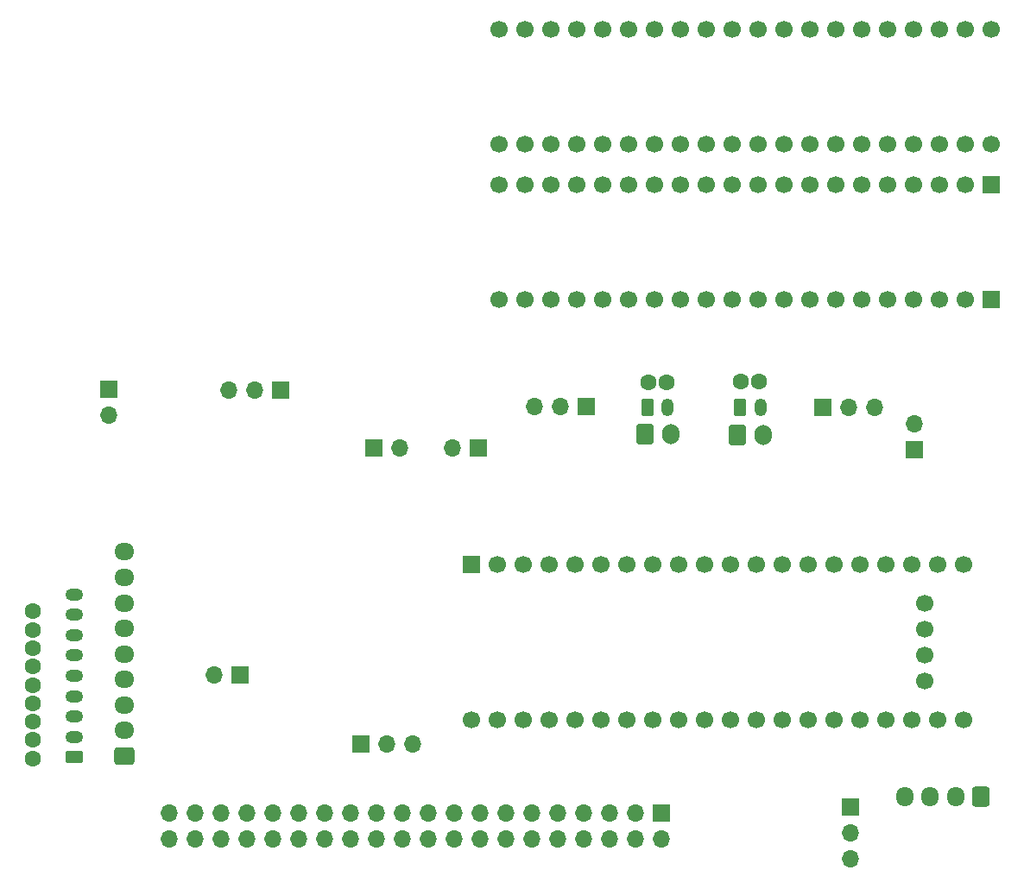
<source format=gbr>
%TF.GenerationSoftware,KiCad,Pcbnew,7.0.10*%
%TF.CreationDate,2024-02-26T10:06:05+01:00*%
%TF.ProjectId,Legacy-LedPanel-HAT,4c656761-6379-42d4-9c65-6450616e656c,rev?*%
%TF.SameCoordinates,Original*%
%TF.FileFunction,Copper,L2,Bot*%
%TF.FilePolarity,Positive*%
%FSLAX46Y46*%
G04 Gerber Fmt 4.6, Leading zero omitted, Abs format (unit mm)*
G04 Created by KiCad (PCBNEW 7.0.10) date 2024-02-26 10:06:05*
%MOMM*%
%LPD*%
G01*
G04 APERTURE LIST*
G04 Aperture macros list*
%AMRoundRect*
0 Rectangle with rounded corners*
0 $1 Rounding radius*
0 $2 $3 $4 $5 $6 $7 $8 $9 X,Y pos of 4 corners*
0 Add a 4 corners polygon primitive as box body*
4,1,4,$2,$3,$4,$5,$6,$7,$8,$9,$2,$3,0*
0 Add four circle primitives for the rounded corners*
1,1,$1+$1,$2,$3*
1,1,$1+$1,$4,$5*
1,1,$1+$1,$6,$7*
1,1,$1+$1,$8,$9*
0 Add four rect primitives between the rounded corners*
20,1,$1+$1,$2,$3,$4,$5,0*
20,1,$1+$1,$4,$5,$6,$7,0*
20,1,$1+$1,$6,$7,$8,$9,0*
20,1,$1+$1,$8,$9,$2,$3,0*%
G04 Aperture macros list end*
%TA.AperFunction,ComponentPad*%
%ADD10R,1.700000X1.700000*%
%TD*%
%TA.AperFunction,ComponentPad*%
%ADD11O,1.700000X1.700000*%
%TD*%
%TA.AperFunction,ComponentPad*%
%ADD12RoundRect,0.250000X-0.600000X-0.750000X0.600000X-0.750000X0.600000X0.750000X-0.600000X0.750000X0*%
%TD*%
%TA.AperFunction,ComponentPad*%
%ADD13O,1.700000X2.000000*%
%TD*%
%TA.AperFunction,ComponentPad*%
%ADD14RoundRect,0.250000X-0.350000X-0.625000X0.350000X-0.625000X0.350000X0.625000X-0.350000X0.625000X0*%
%TD*%
%TA.AperFunction,ComponentPad*%
%ADD15O,1.200000X1.750000*%
%TD*%
%TA.AperFunction,ComponentPad*%
%ADD16C,1.600000*%
%TD*%
%TA.AperFunction,ComponentPad*%
%ADD17C,1.700000*%
%TD*%
%TA.AperFunction,ComponentPad*%
%ADD18RoundRect,0.250000X0.725000X-0.600000X0.725000X0.600000X-0.725000X0.600000X-0.725000X-0.600000X0*%
%TD*%
%TA.AperFunction,ComponentPad*%
%ADD19O,1.950000X1.700000*%
%TD*%
%TA.AperFunction,ComponentPad*%
%ADD20RoundRect,0.250000X0.600000X0.725000X-0.600000X0.725000X-0.600000X-0.725000X0.600000X-0.725000X0*%
%TD*%
%TA.AperFunction,ComponentPad*%
%ADD21O,1.700000X1.950000*%
%TD*%
%TA.AperFunction,ComponentPad*%
%ADD22RoundRect,0.250000X0.625000X-0.350000X0.625000X0.350000X-0.625000X0.350000X-0.625000X-0.350000X0*%
%TD*%
%TA.AperFunction,ComponentPad*%
%ADD23O,1.750000X1.200000*%
%TD*%
G04 APERTURE END LIST*
D10*
%TO.P,JP2,1,A*%
%TO.N,Net-(JP1-B)*%
X133322400Y-140762000D03*
D11*
%TO.P,JP2,2,C*%
%TO.N,/VCC*%
X133322400Y-143302000D03*
%TO.P,JP2,3,B*%
%TO.N,Net-(JP2-B)*%
X133322400Y-145842000D03*
%TD*%
D10*
%TO.P,JP7,1,A*%
%TO.N,GND*%
X107465200Y-101417400D03*
D11*
%TO.P,JP7,2,C*%
%TO.N,Net-(J3-Pin_1)*%
X104925200Y-101417400D03*
%TO.P,JP7,3,B*%
%TO.N,+5V*%
X102385200Y-101417400D03*
%TD*%
D10*
%TO.P,JP15,1,A*%
%TO.N,GND*%
X77442400Y-99817200D03*
D11*
%TO.P,JP15,2,C*%
%TO.N,Net-(JP15-C)*%
X74902400Y-99817200D03*
%TO.P,JP15,3,B*%
%TO.N,+5V*%
X72362400Y-99817200D03*
%TD*%
D10*
%TO.P,JP1,1,A*%
%TO.N,Net-(JP1-A)*%
X85331400Y-134564400D03*
D11*
%TO.P,JP1,2,C*%
%TO.N,/VCC*%
X87871400Y-134564400D03*
%TO.P,JP1,3,B*%
%TO.N,Net-(JP1-B)*%
X90411400Y-134564400D03*
%TD*%
D10*
%TO.P,J5,1,Pin_1*%
%TO.N,/SOUT_LS*%
X73485000Y-127808000D03*
D11*
%TO.P,J5,2,Pin_2*%
%TO.N,/JP1-10 LiftX*%
X70945000Y-127808000D03*
%TD*%
D12*
%TO.P,J6_STOP2,1,Pin_1*%
%TO.N,Net-(J6_STOP2-Pin_1)*%
X122288000Y-104236800D03*
D13*
%TO.P,J6_STOP2,2,Pin_2*%
%TO.N,/JP5-2 STOP1*%
X124788000Y-104236800D03*
%TD*%
D14*
%TO.P,J4,1,Pin_1*%
%TO.N,Net-(J3-Pin_1)*%
X113415400Y-101493600D03*
D15*
%TO.P,J4,2,Pin_2*%
%TO.N,/JP6-2 STOP2*%
X115415400Y-101493600D03*
%TD*%
D10*
%TO.P,J14,1,Pin_1*%
%TO.N,/S1_LS*%
X86561000Y-105481400D03*
D11*
%TO.P,J14,2,Pin_2*%
%TO.N,/S2_LS*%
X89101000Y-105481400D03*
%TD*%
D12*
%TO.P,J5_STOP1,1,Pin_1*%
%TO.N,Net-(J3-Pin_1)*%
X113194800Y-104186000D03*
D13*
%TO.P,J5_STOP1,2,Pin_2*%
%TO.N,/JP6-2 STOP2*%
X115694800Y-104186000D03*
%TD*%
D16*
%TO.P,J3,1,Pin_1*%
%TO.N,Net-(J3-Pin_1)*%
X113513800Y-99029800D03*
%TO.P,J3,2,Pin_2*%
%TO.N,/JP6-2 STOP2*%
X115313800Y-99029800D03*
%TD*%
D14*
%TO.P,J7,1,Pin_1*%
%TO.N,Net-(J6_STOP2-Pin_1)*%
X122502000Y-101493600D03*
D15*
%TO.P,J7,2,Pin_2*%
%TO.N,/JP5-2 STOP1*%
X124502000Y-101493600D03*
%TD*%
D10*
%TO.P,J1,1,Pin_1*%
%TO.N,GND*%
X114820000Y-141360000D03*
D11*
%TO.P,J1,2,Pin_2*%
%TO.N,/VCC*%
X114820000Y-143900000D03*
%TO.P,J1,3,Pin_3*%
%TO.N,/LED1 - D1*%
X112280000Y-141360000D03*
%TO.P,J1,4,Pin_4*%
%TO.N,unconnected-(J1-Pin_4-Pad4)*%
X112280000Y-143900000D03*
%TO.P,J1,5,Pin_5*%
%TO.N,/LED2 - D2*%
X109740000Y-141360000D03*
%TO.P,J1,6,Pin_6*%
%TO.N,/LED3 - D3*%
X109740000Y-143900000D03*
%TO.P,J1,7,Pin_7*%
%TO.N,/LED4 - D4*%
X107200000Y-141360000D03*
%TO.P,J1,8,Pin_8*%
%TO.N,/LED5 - D5*%
X107200000Y-143900000D03*
%TO.P,J1,9,Pin_9*%
%TO.N,/S2 (button)*%
X104660000Y-141360000D03*
%TO.P,J1,10,Pin_10*%
%TO.N,/LED6 - D6*%
X104660000Y-143900000D03*
%TO.P,J1,11,Pin_11*%
%TO.N,/S3 (button)*%
X102120000Y-141360000D03*
%TO.P,J1,12,Pin_12*%
%TO.N,/LED7 - D7*%
X102120000Y-143900000D03*
%TO.P,J1,13,Pin_13*%
%TO.N,/S5 (button)*%
X99580000Y-141360000D03*
%TO.P,J1,14,Pin_14*%
%TO.N,/LED8 - D8*%
X99580000Y-143900000D03*
%TO.P,J1,15,Pin_15*%
%TO.N,/LED10 - D10*%
X97040000Y-141360000D03*
%TO.P,J1,16,Pin_16*%
%TO.N,/LED9 - D9*%
X97040000Y-143900000D03*
%TO.P,J1,17,Pin_17*%
%TO.N,/LED11 - D11*%
X94500000Y-141360000D03*
%TO.P,J1,18,Pin_18*%
%TO.N,unconnected-(J1-Pin_18-Pad18)*%
X94500000Y-143900000D03*
%TO.P,J1,19,Pin_19*%
%TO.N,unconnected-(J1-Pin_19-Pad19)*%
X91960000Y-141360000D03*
%TO.P,J1,20,Pin_20*%
%TO.N,unconnected-(J1-Pin_20-Pad20)*%
X91960000Y-143900000D03*
%TO.P,J1,21,Pin_21*%
%TO.N,GND*%
X89420000Y-141360000D03*
%TO.P,J1,22,Pin_22*%
%TO.N,/S1 (button)*%
X89420000Y-143900000D03*
%TO.P,J1,23,Pin_23*%
%TO.N,/VCC*%
X86880000Y-141360000D03*
%TO.P,J1,24,Pin_24*%
%TO.N,unconnected-(J1-Pin_24-Pad24)*%
X86880000Y-143900000D03*
%TO.P,J1,25,Pin_25*%
%TO.N,/S7 (button)*%
X84340000Y-141360000D03*
%TO.P,J1,26,Pin_26*%
%TO.N,unconnected-(J1-Pin_26-Pad26)*%
X84340000Y-143900000D03*
%TO.P,J1,27,Pin_27*%
%TO.N,/S9 (button)*%
X81800000Y-141360000D03*
%TO.P,J1,28,Pin_28*%
%TO.N,/S8 (button)*%
X81800000Y-143900000D03*
%TO.P,J1,29,Pin_29*%
%TO.N,/S4 (button)*%
X79260000Y-141360000D03*
%TO.P,J1,30,Pin_30*%
%TO.N,/JP5-2 STOP1*%
X79260000Y-143900000D03*
%TO.P,J1,31,Pin_31*%
%TO.N,/S6 (button)*%
X76720000Y-141360000D03*
%TO.P,J1,32,Pin_32*%
%TO.N,unconnected-(J1-Pin_32-Pad32)*%
X76720000Y-143900000D03*
%TO.P,J1,33,Pin_33*%
%TO.N,unconnected-(J1-Pin_33-Pad33)*%
X74180000Y-141360000D03*
%TO.P,J1,34,Pin_34*%
%TO.N,/JP1-10 LiftX*%
X74180000Y-143900000D03*
%TO.P,J1,35,Pin_35*%
%TO.N,unconnected-(J1-Pin_35-Pad35)*%
X71640000Y-141360000D03*
%TO.P,J1,36,Pin_36*%
%TO.N,/JP1-7 Left Bumper*%
X71640000Y-143900000D03*
%TO.P,J1,37,Pin_37*%
%TO.N,unconnected-(J1-Pin_37-Pad37)*%
X69100000Y-141360000D03*
%TO.P,J1,38,Pin_38*%
%TO.N,/JP6-2 STOP2*%
X69100000Y-143900000D03*
%TO.P,J1,39,Pin_39*%
%TO.N,/JP1-1 Right Bumper*%
X66560000Y-141360000D03*
%TO.P,J1,40,Pin_40*%
%TO.N,/JP1-4 Lift*%
X66560000Y-143900000D03*
%TD*%
D16*
%TO.P,J8,1,Pin_1*%
%TO.N,Net-(J6_STOP2-Pin_1)*%
X122581600Y-99004400D03*
%TO.P,J8,2,Pin_2*%
%TO.N,/JP5-2 STOP1*%
X124381600Y-99004400D03*
%TD*%
D10*
%TO.P,JP8,1,A*%
%TO.N,GND*%
X130645000Y-101493600D03*
D11*
%TO.P,JP8,2,C*%
%TO.N,Net-(J6_STOP2-Pin_1)*%
X133185000Y-101493600D03*
%TO.P,JP8,3,B*%
%TO.N,+5V*%
X135725000Y-101493600D03*
%TD*%
D10*
%TO.P,J13,1,Pin_1*%
%TO.N,Net-(J13-Pin_1)*%
X96822600Y-105481400D03*
D11*
%TO.P,J13,2,Pin_2*%
%TO.N,Net-(J13-Pin_2)*%
X94282600Y-105481400D03*
%TD*%
D16*
%TO.P,J9,1,Pin_1*%
%TO.N,+5V*%
X53134600Y-135947800D03*
%TO.P,J9,2,Pin_2*%
%TO.N,GND*%
X53134600Y-134147800D03*
%TO.P,J9,3,Pin_3*%
%TO.N,/SOUT_5V*%
X53134600Y-132347800D03*
%TO.P,J9,4,Pin_4*%
%TO.N,/S1_5V*%
X53134600Y-130547800D03*
%TO.P,J9,5,Pin_5*%
%TO.N,/S2_5V*%
X53134600Y-128747800D03*
%TO.P,J9,6,Pin_6*%
%TO.N,GND*%
X53134600Y-126947800D03*
%TO.P,J9,7,Pin_7*%
%TO.N,/RAIN_5V*%
X53134600Y-125147800D03*
%TO.P,J9,8,Pin_8*%
%TO.N,/ESTOP1_5V*%
X53134600Y-123347800D03*
%TO.P,J9,9,Pin_9*%
%TO.N,/ESTOP2_5V*%
X53134600Y-121547800D03*
%TD*%
D10*
%TO.P,U3,1,PB12*%
%TO.N,Net-(U3-PB12)*%
X147145000Y-79695000D03*
D17*
%TO.P,U3,2,PB13*%
%TO.N,Net-(U3-PB13)*%
X144605000Y-79695000D03*
%TO.P,U3,3,PB14*%
%TO.N,Net-(U3-PB14)*%
X142065000Y-79695000D03*
%TO.P,U3,4,PB15*%
%TO.N,Net-(U3-PB15)*%
X139525000Y-79695000D03*
%TO.P,U3,5,PA8*%
%TO.N,Net-(U3-PA8)*%
X136985000Y-79695000D03*
%TO.P,U3,6,PA9*%
%TO.N,Net-(U3-PA9)*%
X134445000Y-79695000D03*
%TO.P,U3,7,PA10*%
%TO.N,Net-(U3-PA10)*%
X131905000Y-79695000D03*
%TO.P,U3,8,PA11*%
%TO.N,Net-(U3-PA11)*%
X129365000Y-79695000D03*
%TO.P,U3,9,PA12*%
%TO.N,Net-(U3-PA12)*%
X126825000Y-79695000D03*
%TO.P,U3,10,PA15*%
%TO.N,Net-(U3-PA15)*%
X124285000Y-79695000D03*
%TO.P,U3,11,PB3*%
%TO.N,Net-(U3-PB3)*%
X121745000Y-79695000D03*
%TO.P,U3,12,PB4*%
%TO.N,Net-(U3-PB4)*%
X119205000Y-79695000D03*
%TO.P,U3,13,PB5*%
%TO.N,Net-(U3-PB5)*%
X116665000Y-79695000D03*
%TO.P,U3,14,PB6*%
%TO.N,Net-(U3-PB6)*%
X114125000Y-79695000D03*
%TO.P,U3,15,PB7*%
%TO.N,Net-(U3-PB7)*%
X111585000Y-79695000D03*
%TO.P,U3,16,PB8*%
%TO.N,Net-(U3-PB8)*%
X109045000Y-79695000D03*
%TO.P,U3,17,PB9*%
%TO.N,Net-(U3-PB9)*%
X106505000Y-79695000D03*
%TO.P,U3,18,5V*%
%TO.N,Net-(U4-REFA)*%
X103965000Y-79695000D03*
%TO.P,U3,19,GND*%
%TO.N,GND*%
X101425000Y-79695000D03*
%TO.P,U3,20,3V3*%
%TO.N,Net-(R1-Pad2)*%
X98885000Y-79695000D03*
%TO.P,U3,21,VBat*%
%TO.N,unconnected-(U3-VBat-Pad21)*%
X98885000Y-64455000D03*
%TO.P,U3,22,PC13*%
%TO.N,Net-(U3-PC13)*%
X101425000Y-64455000D03*
%TO.P,U3,23,PC14*%
%TO.N,Net-(U3-PC14)*%
X103965000Y-64455000D03*
%TO.P,U3,24,PC15*%
%TO.N,Net-(U3-PC15)*%
X106505000Y-64455000D03*
%TO.P,U3,25,RST*%
%TO.N,unconnected-(U3-RST-Pad25)*%
X109045000Y-64455000D03*
%TO.P,U3,26,PA0*%
%TO.N,Net-(U3-PA0)*%
X111585000Y-64455000D03*
%TO.P,U3,27,PA1*%
%TO.N,Net-(U3-PA1)*%
X114125000Y-64455000D03*
%TO.P,U3,28,PA2*%
%TO.N,Net-(U3-PA2)*%
X116665000Y-64455000D03*
%TO.P,U3,29,PA3*%
%TO.N,Net-(U3-PA3)*%
X119205000Y-64455000D03*
%TO.P,U3,30,PA4*%
%TO.N,Net-(U3-PA4)*%
X121745000Y-64455000D03*
%TO.P,U3,31,PA5*%
%TO.N,Net-(U3-PA5)*%
X124285000Y-64455000D03*
%TO.P,U3,32,PA6*%
%TO.N,Net-(U3-PA6)*%
X126825000Y-64455000D03*
%TO.P,U3,33,PA7*%
%TO.N,Net-(U3-PA7)*%
X129365000Y-64455000D03*
%TO.P,U3,34,PB0*%
%TO.N,Net-(U3-PB0)*%
X131905000Y-64455000D03*
%TO.P,U3,35,PB1*%
%TO.N,Net-(U3-PB1)*%
X134445000Y-64455000D03*
%TO.P,U3,36,PB2*%
%TO.N,Net-(U3-PB2)*%
X136985000Y-64455000D03*
%TO.P,U3,37,PB10*%
%TO.N,Net-(U3-PB10)*%
X139525000Y-64455000D03*
%TO.P,U3,38,3V3*%
%TO.N,Net-(R1-Pad2)*%
X142065000Y-64455000D03*
%TO.P,U3,39,GND*%
%TO.N,GND*%
X144605000Y-64455000D03*
%TO.P,U3,40,5V*%
%TO.N,Net-(U4-REFA)*%
X147145000Y-64455000D03*
%TD*%
D18*
%TO.P,J11,1,Pin_1*%
%TO.N,+5V*%
X62126200Y-135703600D03*
D19*
%TO.P,J11,2,Pin_2*%
%TO.N,GND*%
X62126200Y-133203600D03*
%TO.P,J11,3,Pin_3*%
%TO.N,/SOUT_5V*%
X62126200Y-130703600D03*
%TO.P,J11,4,Pin_4*%
%TO.N,/S1_5V*%
X62126200Y-128203600D03*
%TO.P,J11,5,Pin_5*%
%TO.N,/S2_5V*%
X62126200Y-125703600D03*
%TO.P,J11,6,Pin_6*%
%TO.N,GND*%
X62126200Y-123203600D03*
%TO.P,J11,7,Pin_7*%
%TO.N,/RAIN_5V*%
X62126200Y-120703600D03*
%TO.P,J11,8,Pin_8*%
%TO.N,/ESTOP1_5V*%
X62126200Y-118203600D03*
%TO.P,J11,9,Pin_9*%
%TO.N,/ESTOP2_5V*%
X62126200Y-115703600D03*
%TD*%
D10*
%TO.P,U1,1,PB12*%
%TO.N,/ESTOP1*%
X96200000Y-116900000D03*
D17*
%TO.P,U1,2,PB13*%
%TO.N,/ESTOP2*%
X98740000Y-116900000D03*
%TO.P,U1,3,PB14*%
%TO.N,/JP1-1 Right Bumper*%
X101280000Y-116900000D03*
%TO.P,U1,4,PB15*%
%TO.N,/JP1-4 Lift*%
X103820000Y-116900000D03*
%TO.P,U1,5,PA8*%
%TO.N,/JP6-2 STOP2*%
X106360000Y-116900000D03*
%TO.P,U1,6,PA9*%
%TO.N,/JP1-7 Left Bumper*%
X108900000Y-116900000D03*
%TO.P,U1,7,PA10*%
%TO.N,/S6 (button)*%
X111440000Y-116900000D03*
%TO.P,U1,8,PA11*%
%TO.N,/JP5-2 STOP1*%
X113980000Y-116900000D03*
%TO.P,U1,9,PA12*%
%TO.N,/S4 (button)*%
X116520000Y-116900000D03*
%TO.P,U1,10,PA15*%
%TO.N,/S8 (button)*%
X119060000Y-116900000D03*
%TO.P,U1,11,PB3*%
%TO.N,/S9 (button)*%
X121600000Y-116900000D03*
%TO.P,U1,12,PB4*%
%TO.N,/S7 (button)*%
X124140000Y-116900000D03*
%TO.P,U1,13,PB5*%
%TO.N,/S1 (button)*%
X126680000Y-116900000D03*
%TO.P,U1,14,PB6*%
%TO.N,/JP1-10 LiftX*%
X129220000Y-116900000D03*
%TO.P,U1,15,PB7*%
%TO.N,Net-(J16-Pin_2)*%
X131760000Y-116900000D03*
%TO.P,U1,16,PB8*%
%TO.N,/LED10 - D10*%
X134300000Y-116900000D03*
%TO.P,U1,17,PB9*%
%TO.N,/S2 (button)*%
X136840000Y-116900000D03*
%TO.P,U1,18,5V*%
%TO.N,+5V*%
X139380000Y-116900000D03*
%TO.P,U1,19,GND*%
%TO.N,GND*%
X141920000Y-116900000D03*
%TO.P,U1,20,3V3*%
%TO.N,Net-(JP2-B)*%
X144460000Y-116900000D03*
%TO.P,U1,21,VBat*%
%TO.N,unconnected-(U1-VBat-Pad21)*%
X144460000Y-132140000D03*
%TO.P,U1,22,PC13*%
%TO.N,/LED1 - D1*%
X141920000Y-132140000D03*
%TO.P,U1,23,PC14*%
%TO.N,/LED3 - D3*%
X139380000Y-132140000D03*
%TO.P,U1,24,PC15*%
%TO.N,/LED2 - D2*%
X136840000Y-132140000D03*
%TO.P,U1,25,RST*%
%TO.N,unconnected-(U1-RST-Pad25)*%
X134300000Y-132140000D03*
%TO.P,U1,26,PA0*%
%TO.N,/LED5 - D5*%
X131760000Y-132140000D03*
%TO.P,U1,27,PA1*%
%TO.N,/LED4 - D4*%
X129220000Y-132140000D03*
%TO.P,U1,28,PA2*%
%TO.N,/Pico-RX_STM32-TX*%
X126680000Y-132140000D03*
%TO.P,U1,29,PA3*%
%TO.N,/Pico-TX_STM32-RX*%
X124140000Y-132140000D03*
%TO.P,U1,30,PA4*%
%TO.N,/LED6 - D6*%
X121600000Y-132140000D03*
%TO.P,U1,31,PA5*%
%TO.N,/LED7 - D7*%
X119060000Y-132140000D03*
%TO.P,U1,32,PA6*%
%TO.N,/S3 (button)*%
X116520000Y-132140000D03*
%TO.P,U1,33,PA7*%
%TO.N,/LED8 - D8*%
X113980000Y-132140000D03*
%TO.P,U1,34,PB0*%
%TO.N,/S5 (button)*%
X111440000Y-132140000D03*
%TO.P,U1,35,PB1*%
%TO.N,/RAIN*%
X108900000Y-132140000D03*
%TO.P,U1,36,PB2*%
%TO.N,/LED9 - D9*%
X106360000Y-132140000D03*
%TO.P,U1,37,PB10*%
%TO.N,/LED11 - D11*%
X103820000Y-132140000D03*
%TO.P,U1,38,3V3*%
%TO.N,Net-(JP1-A)*%
X101280000Y-132140000D03*
%TO.P,U1,39,GND*%
%TO.N,GND*%
X98740000Y-132140000D03*
%TO.P,U1,40,5V*%
%TO.N,Net-(JP1-B)*%
X96200000Y-132140000D03*
%TO.P,U1,41,GND*%
%TO.N,GND*%
X140650000Y-128330000D03*
%TO.P,U1,42,SWDIO*%
%TO.N,unconnected-(U1-SWDIO-Pad42)*%
X140650000Y-125790000D03*
%TO.P,U1,43,SWDCLK*%
%TO.N,unconnected-(U1-SWDCLK-Pad43)*%
X140650000Y-123250000D03*
%TO.P,U1,44,3V3*%
%TO.N,unconnected-(U1-3V3-Pad44)*%
X140650000Y-120710000D03*
%TD*%
D20*
%TO.P,J2,1,Pin_1*%
%TO.N,GND*%
X146149400Y-139669800D03*
D21*
%TO.P,J2,2,Pin_2*%
%TO.N,/Pico-RX_STM32-TX*%
X143649400Y-139669800D03*
%TO.P,J2,3,Pin_3*%
%TO.N,/Pico-TX_STM32-RX*%
X141149400Y-139669800D03*
%TO.P,J2,4,Pin_4*%
%TO.N,+5V*%
X138649400Y-139669800D03*
%TD*%
D10*
%TO.P,J16,1,Pin_1*%
%TO.N,/JP1-10 LiftX*%
X139621600Y-105633800D03*
D11*
%TO.P,J16,2,Pin_2*%
%TO.N,Net-(J16-Pin_2)*%
X139621600Y-103093800D03*
%TD*%
D10*
%TO.P,J12,1,Pin_1*%
%TO.N,Net-(J12-Pin_1)*%
X60576800Y-99766400D03*
D11*
%TO.P,J12,2,Pin_2*%
%TO.N,Net-(J12-Pin_2)*%
X60576800Y-102306400D03*
%TD*%
D10*
%TO.P,U8,1,PB12*%
%TO.N,Net-(U7-A8)*%
X147145000Y-90935000D03*
D17*
%TO.P,U8,2,PB13*%
%TO.N,Net-(U7-A7)*%
X144605000Y-90935000D03*
%TO.P,U8,3,PB14*%
%TO.N,Net-(U7-A5)*%
X142065000Y-90935000D03*
%TO.P,U8,4,PB15*%
%TO.N,Net-(U7-A6)*%
X139525000Y-90935000D03*
%TO.P,U8,5,PA8*%
%TO.N,Net-(U7-A4)*%
X136985000Y-90935000D03*
%TO.P,U8,6,PA9*%
%TO.N,Net-(U7-A2)*%
X134445000Y-90935000D03*
%TO.P,U8,7,PA10*%
%TO.N,Net-(U7-A3)*%
X131905000Y-90935000D03*
%TO.P,U8,8,PA11*%
%TO.N,Net-(U7-A1)*%
X129365000Y-90935000D03*
%TO.P,U8,9,PA12*%
%TO.N,Net-(U4-A8)*%
X126825000Y-90935000D03*
%TO.P,U8,10,PA15*%
%TO.N,Net-(U4-A7)*%
X124285000Y-90935000D03*
%TO.P,U8,11,PB3*%
%TO.N,Net-(U4-A5)*%
X121745000Y-90935000D03*
%TO.P,U8,12,PB4*%
%TO.N,Net-(U4-A6)*%
X119205000Y-90935000D03*
%TO.P,U8,13,PB5*%
%TO.N,Net-(U4-A4)*%
X116665000Y-90935000D03*
%TO.P,U8,14,PB6*%
%TO.N,Net-(U4-A2)*%
X114125000Y-90935000D03*
%TO.P,U8,15,PB7*%
%TO.N,Net-(U4-A3)*%
X111585000Y-90935000D03*
%TO.P,U8,16,PB8*%
%TO.N,Net-(U4-A1)*%
X109045000Y-90935000D03*
%TO.P,U8,17,PB9*%
%TO.N,Net-(U5-A1)*%
X106505000Y-90935000D03*
%TO.P,U8,18,5V*%
%TO.N,Net-(U4-REFA)*%
X103965000Y-90935000D03*
%TO.P,U8,19,GND*%
%TO.N,GND*%
X101425000Y-90935000D03*
%TO.P,U8,20,3V3*%
%TO.N,Net-(R1-Pad2)*%
X98885000Y-90935000D03*
%TO.P,U8,21,VBat*%
%TO.N,unconnected-(U8-VBat-Pad21)*%
X98885000Y-75695000D03*
%TO.P,U8,22,PC13*%
%TO.N,Net-(U5-A3)*%
X101425000Y-75695000D03*
%TO.P,U8,23,PC14*%
%TO.N,Net-(U5-A2)*%
X103965000Y-75695000D03*
%TO.P,U8,24,PC15*%
%TO.N,Net-(U5-A4)*%
X106505000Y-75695000D03*
%TO.P,U8,25,RST*%
%TO.N,unconnected-(U8-RST-Pad25)*%
X109045000Y-75695000D03*
%TO.P,U8,26,PA0*%
%TO.N,Net-(U5-A6)*%
X111585000Y-75695000D03*
%TO.P,U8,27,PA1*%
%TO.N,Net-(U5-A5)*%
X114125000Y-75695000D03*
%TO.P,U8,28,PA2*%
%TO.N,Net-(U5-A7)*%
X116665000Y-75695000D03*
%TO.P,U8,29,PA3*%
%TO.N,Net-(U5-A8)*%
X119205000Y-75695000D03*
%TO.P,U8,30,PA4*%
%TO.N,Net-(U6-A1)*%
X121745000Y-75695000D03*
%TO.P,U8,31,PA5*%
%TO.N,Net-(U6-A3)*%
X124285000Y-75695000D03*
%TO.P,U8,32,PA6*%
%TO.N,Net-(U6-A2)*%
X126825000Y-75695000D03*
%TO.P,U8,33,PA7*%
%TO.N,Net-(U6-A4)*%
X129365000Y-75695000D03*
%TO.P,U8,34,PB0*%
%TO.N,Net-(U6-A6)*%
X131905000Y-75695000D03*
%TO.P,U8,35,PB1*%
%TO.N,Net-(U6-A5)*%
X134445000Y-75695000D03*
%TO.P,U8,36,PB2*%
%TO.N,Net-(U6-A7)*%
X136985000Y-75695000D03*
%TO.P,U8,37,PB10*%
%TO.N,Net-(U6-A8)*%
X139525000Y-75695000D03*
%TO.P,U8,38,3V3*%
%TO.N,Net-(R1-Pad2)*%
X142065000Y-75695000D03*
%TO.P,U8,39,GND*%
%TO.N,GND*%
X144605000Y-75695000D03*
%TO.P,U8,40,5V*%
%TO.N,Net-(U4-REFA)*%
X147145000Y-75695000D03*
%TD*%
D22*
%TO.P,J10,1,Pin_1*%
%TO.N,+5V*%
X57249400Y-135857800D03*
D23*
%TO.P,J10,2,Pin_2*%
%TO.N,GND*%
X57249400Y-133857800D03*
%TO.P,J10,3,Pin_3*%
%TO.N,/SOUT_5V*%
X57249400Y-131857800D03*
%TO.P,J10,4,Pin_4*%
%TO.N,/S1_5V*%
X57249400Y-129857800D03*
%TO.P,J10,5,Pin_5*%
%TO.N,/S2_5V*%
X57249400Y-127857800D03*
%TO.P,J10,6,Pin_6*%
%TO.N,GND*%
X57249400Y-125857800D03*
%TO.P,J10,7,Pin_7*%
%TO.N,/RAIN_5V*%
X57249400Y-123857800D03*
%TO.P,J10,8,Pin_8*%
%TO.N,/ESTOP1_5V*%
X57249400Y-121857800D03*
%TO.P,J10,9,Pin_9*%
%TO.N,/ESTOP2_5V*%
X57249400Y-119857800D03*
%TD*%
M02*

</source>
